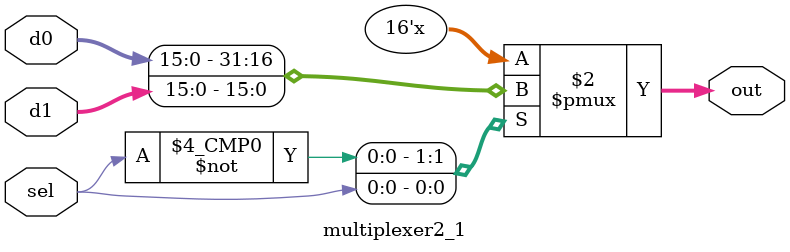
<source format=sv>
module multiplexer4_1  
    #(parameter len = 16)            
                    (
						input logic     [1:0] sel, 
						input logic     [len-1 : 0] d0, d1, d2, d3,
						output logic    [len-1: 0] out
					);
	always_comb
	begin
		unique case (sel)
			2'b00	:	out = d0;
			2'b01	:	out = d1;
			2'b10	:	out = d2;
			2'b11	:	out = d3;
		endcase
	end
endmodule 


module multiplexer2_1
    #(parameter len = 16)
				(
					input 	logic 	sel, 
			  		input	logic 	[len-1 : 0] d0, d1,
			  		output 	logic 	[len-1 : 0]	out
		  		);
	always_comb
	begin
		unique case (sel)
			1'b0 	:	out = d0;
			1'b1	:	out = d1;
		endcase
	end
endmodule 
</source>
